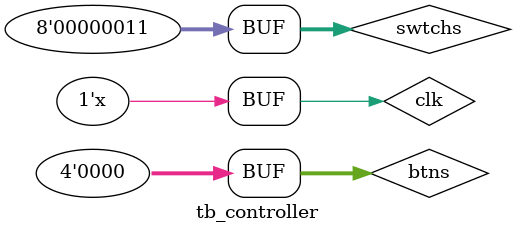
<source format=v>
`timescale 1ns / 1ps

module tb_controller();

reg clk = 0;
reg [3:0] btns = 0;
reg [7:0] swtchs = 0;
wire[7:0] leds;
wire[6:0] segs;
wire[3:0] an;

always #1 clk = ~clk;

top toppp(clk, btns, swtchs, leds, segs, an);

initial begin
    btns = 4'b0000;
    #10;
    swtchs = 8;
    btns = 4'b0001;
    #20;
    btns = 4'b0000;
    #20;
    swtchs = 3;
    #1;
    btns = 4'b0001;
    #20;
    btns = 4'b0000;
    #20;
    btns = 4'b0110;
    #20;
    btns = 4'b0000;
    
end

endmodule

</source>
